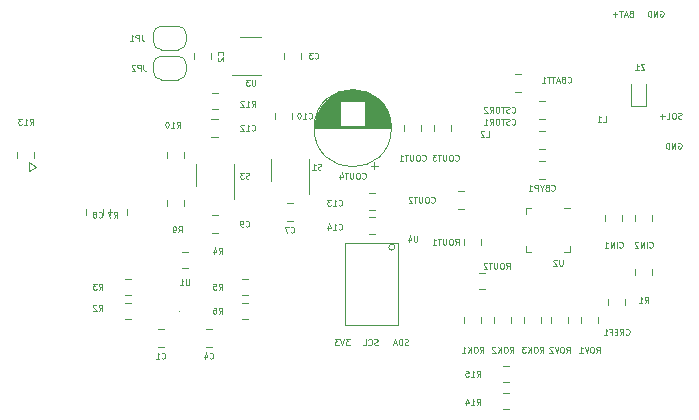
<source format=gbo>
G04 #@! TF.GenerationSoftware,KiCad,Pcbnew,(5.1.6)-1*
G04 #@! TF.CreationDate,2021-01-14T13:32:54+01:00*
G04 #@! TF.ProjectId,Power_module_v1,506f7765-725f-46d6-9f64-756c655f7631,rev?*
G04 #@! TF.SameCoordinates,Original*
G04 #@! TF.FileFunction,Legend,Bot*
G04 #@! TF.FilePolarity,Positive*
%FSLAX46Y46*%
G04 Gerber Fmt 4.6, Leading zero omitted, Abs format (unit mm)*
G04 Created by KiCad (PCBNEW (5.1.6)-1) date 2021-01-14 13:32:54*
%MOMM*%
%LPD*%
G01*
G04 APERTURE LIST*
%ADD10C,0.125000*%
%ADD11C,0.120000*%
G04 APERTURE END LIST*
D10*
X148744666Y-80212380D02*
X148673238Y-80236190D01*
X148554190Y-80236190D01*
X148506571Y-80212380D01*
X148482761Y-80188571D01*
X148458952Y-80140952D01*
X148458952Y-80093333D01*
X148482761Y-80045714D01*
X148506571Y-80021904D01*
X148554190Y-79998095D01*
X148649428Y-79974285D01*
X148697047Y-79950476D01*
X148720857Y-79926666D01*
X148744666Y-79879047D01*
X148744666Y-79831428D01*
X148720857Y-79783809D01*
X148697047Y-79760000D01*
X148649428Y-79736190D01*
X148530380Y-79736190D01*
X148458952Y-79760000D01*
X148149428Y-79736190D02*
X148054190Y-79736190D01*
X148006571Y-79760000D01*
X147958952Y-79807619D01*
X147935142Y-79902857D01*
X147935142Y-80069523D01*
X147958952Y-80164761D01*
X148006571Y-80212380D01*
X148054190Y-80236190D01*
X148149428Y-80236190D01*
X148197047Y-80212380D01*
X148244666Y-80164761D01*
X148268476Y-80069523D01*
X148268476Y-79902857D01*
X148244666Y-79807619D01*
X148197047Y-79760000D01*
X148149428Y-79736190D01*
X147482761Y-80236190D02*
X147720857Y-80236190D01*
X147720857Y-79736190D01*
X147316095Y-80045714D02*
X146935142Y-80045714D01*
X147125619Y-80236190D02*
X147125619Y-79855238D01*
X146938952Y-71124000D02*
X146986571Y-71100190D01*
X147058000Y-71100190D01*
X147129428Y-71124000D01*
X147177047Y-71171619D01*
X147200857Y-71219238D01*
X147224666Y-71314476D01*
X147224666Y-71385904D01*
X147200857Y-71481142D01*
X147177047Y-71528761D01*
X147129428Y-71576380D01*
X147058000Y-71600190D01*
X147010380Y-71600190D01*
X146938952Y-71576380D01*
X146915142Y-71552571D01*
X146915142Y-71385904D01*
X147010380Y-71385904D01*
X146700857Y-71600190D02*
X146700857Y-71100190D01*
X146415142Y-71600190D01*
X146415142Y-71100190D01*
X146177047Y-71600190D02*
X146177047Y-71100190D01*
X146058000Y-71100190D01*
X145986571Y-71124000D01*
X145938952Y-71171619D01*
X145915142Y-71219238D01*
X145891333Y-71314476D01*
X145891333Y-71385904D01*
X145915142Y-71481142D01*
X145938952Y-71528761D01*
X145986571Y-71576380D01*
X146058000Y-71600190D01*
X146177047Y-71600190D01*
X148462952Y-82300000D02*
X148510571Y-82276190D01*
X148582000Y-82276190D01*
X148653428Y-82300000D01*
X148701047Y-82347619D01*
X148724857Y-82395238D01*
X148748666Y-82490476D01*
X148748666Y-82561904D01*
X148724857Y-82657142D01*
X148701047Y-82704761D01*
X148653428Y-82752380D01*
X148582000Y-82776190D01*
X148534380Y-82776190D01*
X148462952Y-82752380D01*
X148439142Y-82728571D01*
X148439142Y-82561904D01*
X148534380Y-82561904D01*
X148224857Y-82776190D02*
X148224857Y-82276190D01*
X147939142Y-82776190D01*
X147939142Y-82276190D01*
X147701047Y-82776190D02*
X147701047Y-82276190D01*
X147582000Y-82276190D01*
X147510571Y-82300000D01*
X147462952Y-82347619D01*
X147439142Y-82395238D01*
X147415333Y-82490476D01*
X147415333Y-82561904D01*
X147439142Y-82657142D01*
X147462952Y-82704761D01*
X147510571Y-82752380D01*
X147582000Y-82776190D01*
X147701047Y-82776190D01*
X144442571Y-71338285D02*
X144371142Y-71362095D01*
X144347333Y-71385904D01*
X144323523Y-71433523D01*
X144323523Y-71504952D01*
X144347333Y-71552571D01*
X144371142Y-71576380D01*
X144418761Y-71600190D01*
X144609238Y-71600190D01*
X144609238Y-71100190D01*
X144442571Y-71100190D01*
X144394952Y-71124000D01*
X144371142Y-71147809D01*
X144347333Y-71195428D01*
X144347333Y-71243047D01*
X144371142Y-71290666D01*
X144394952Y-71314476D01*
X144442571Y-71338285D01*
X144609238Y-71338285D01*
X144133047Y-71457333D02*
X143894952Y-71457333D01*
X144180666Y-71600190D02*
X144014000Y-71100190D01*
X143847333Y-71600190D01*
X143752095Y-71100190D02*
X143466380Y-71100190D01*
X143609238Y-71600190D02*
X143609238Y-71100190D01*
X143299714Y-71409714D02*
X142918761Y-71409714D01*
X143109238Y-71600190D02*
X143109238Y-71219238D01*
D11*
X93472000Y-84074000D02*
X93472000Y-83947000D01*
X93472000Y-84709000D02*
X93472000Y-84074000D01*
X94107000Y-84328000D02*
X93472000Y-84709000D01*
X93472000Y-83947000D02*
X94107000Y-84328000D01*
D10*
X125575142Y-99389380D02*
X125503714Y-99413190D01*
X125384666Y-99413190D01*
X125337047Y-99389380D01*
X125313238Y-99365571D01*
X125289428Y-99317952D01*
X125289428Y-99270333D01*
X125313238Y-99222714D01*
X125337047Y-99198904D01*
X125384666Y-99175095D01*
X125479904Y-99151285D01*
X125527523Y-99127476D01*
X125551333Y-99103666D01*
X125575142Y-99056047D01*
X125575142Y-99008428D01*
X125551333Y-98960809D01*
X125527523Y-98937000D01*
X125479904Y-98913190D01*
X125360857Y-98913190D01*
X125289428Y-98937000D01*
X125075142Y-99413190D02*
X125075142Y-98913190D01*
X124956095Y-98913190D01*
X124884666Y-98937000D01*
X124837047Y-98984619D01*
X124813238Y-99032238D01*
X124789428Y-99127476D01*
X124789428Y-99198904D01*
X124813238Y-99294142D01*
X124837047Y-99341761D01*
X124884666Y-99389380D01*
X124956095Y-99413190D01*
X125075142Y-99413190D01*
X124598952Y-99270333D02*
X124360857Y-99270333D01*
X124646571Y-99413190D02*
X124479904Y-98913190D01*
X124313238Y-99413190D01*
X123023238Y-99389380D02*
X122951809Y-99413190D01*
X122832761Y-99413190D01*
X122785142Y-99389380D01*
X122761333Y-99365571D01*
X122737523Y-99317952D01*
X122737523Y-99270333D01*
X122761333Y-99222714D01*
X122785142Y-99198904D01*
X122832761Y-99175095D01*
X122928000Y-99151285D01*
X122975619Y-99127476D01*
X122999428Y-99103666D01*
X123023238Y-99056047D01*
X123023238Y-99008428D01*
X122999428Y-98960809D01*
X122975619Y-98937000D01*
X122928000Y-98913190D01*
X122808952Y-98913190D01*
X122737523Y-98937000D01*
X122237523Y-99365571D02*
X122261333Y-99389380D01*
X122332761Y-99413190D01*
X122380380Y-99413190D01*
X122451809Y-99389380D01*
X122499428Y-99341761D01*
X122523238Y-99294142D01*
X122547047Y-99198904D01*
X122547047Y-99127476D01*
X122523238Y-99032238D01*
X122499428Y-98984619D01*
X122451809Y-98937000D01*
X122380380Y-98913190D01*
X122332761Y-98913190D01*
X122261333Y-98937000D01*
X122237523Y-98960809D01*
X121785142Y-99413190D02*
X122023238Y-99413190D01*
X122023238Y-98913190D01*
X120634047Y-98913190D02*
X120324523Y-98913190D01*
X120491190Y-99103666D01*
X120419761Y-99103666D01*
X120372142Y-99127476D01*
X120348333Y-99151285D01*
X120324523Y-99198904D01*
X120324523Y-99317952D01*
X120348333Y-99365571D01*
X120372142Y-99389380D01*
X120419761Y-99413190D01*
X120562619Y-99413190D01*
X120610238Y-99389380D01*
X120634047Y-99365571D01*
X120181666Y-98913190D02*
X120015000Y-99413190D01*
X119848333Y-98913190D01*
X119729285Y-98913190D02*
X119419761Y-98913190D01*
X119586428Y-99103666D01*
X119515000Y-99103666D01*
X119467380Y-99127476D01*
X119443571Y-99151285D01*
X119419761Y-99198904D01*
X119419761Y-99317952D01*
X119443571Y-99365571D01*
X119467380Y-99389380D01*
X119515000Y-99413190D01*
X119657857Y-99413190D01*
X119705476Y-99389380D01*
X119729285Y-99365571D01*
D11*
X145700000Y-79150000D02*
X144500000Y-79150000D01*
X145700000Y-77300000D02*
X145700000Y-79150000D01*
X144500000Y-77300000D02*
X144500000Y-79150000D01*
X106427748Y-92912000D02*
X106950252Y-92912000D01*
X106427748Y-91492000D02*
X106950252Y-91492000D01*
X111507748Y-95198000D02*
X112030252Y-95198000D01*
X111507748Y-93778000D02*
X112030252Y-93778000D01*
X137167252Y-82777000D02*
X136644748Y-82777000D01*
X137167252Y-81307000D02*
X136644748Y-81307000D01*
X143991000Y-95518248D02*
X143991000Y-96040752D01*
X142521000Y-95518248D02*
X142521000Y-96040752D01*
X125249000Y-81287252D02*
X125249000Y-80764748D01*
X126719000Y-81287252D02*
X126719000Y-80764748D01*
X143737000Y-88384748D02*
X143737000Y-88907252D01*
X142267000Y-88384748D02*
X142267000Y-88907252D01*
X137167252Y-85317000D02*
X136644748Y-85317000D01*
X137167252Y-83847000D02*
X136644748Y-83847000D01*
X122284748Y-88546000D02*
X122807252Y-88546000D01*
X122284748Y-90016000D02*
X122807252Y-90016000D01*
X122293748Y-86514000D02*
X122816252Y-86514000D01*
X122293748Y-87984000D02*
X122816252Y-87984000D01*
X108937248Y-80291000D02*
X109459752Y-80291000D01*
X108937248Y-81761000D02*
X109459752Y-81761000D01*
X114327000Y-80271252D02*
X114327000Y-79748748D01*
X115797000Y-80271252D02*
X115797000Y-79748748D01*
X109481252Y-89889000D02*
X108958748Y-89889000D01*
X109481252Y-88419000D02*
X108958748Y-88419000D01*
X100357000Y-88399252D02*
X100357000Y-87876748D01*
X101827000Y-88399252D02*
X101827000Y-87876748D01*
X115831252Y-88873000D02*
X115308748Y-88873000D01*
X115831252Y-87403000D02*
X115308748Y-87403000D01*
X108973252Y-99541000D02*
X108450748Y-99541000D01*
X108973252Y-98071000D02*
X108450748Y-98071000D01*
X115089000Y-75169752D02*
X115089000Y-74647248D01*
X116559000Y-75169752D02*
X116559000Y-74647248D01*
X108939000Y-74690248D02*
X108939000Y-75212752D01*
X107469000Y-74690248D02*
X107469000Y-75212752D01*
X104386748Y-98071000D02*
X104909252Y-98071000D01*
X104386748Y-99541000D02*
X104909252Y-99541000D01*
X129786748Y-87857000D02*
X130309252Y-87857000D01*
X129786748Y-86387000D02*
X130309252Y-86387000D01*
X144807000Y-88384748D02*
X144807000Y-88907252D01*
X146277000Y-88384748D02*
X146277000Y-88907252D01*
X137167252Y-80237000D02*
X136644748Y-80237000D01*
X137167252Y-78767000D02*
X136644748Y-78767000D01*
X134612748Y-76481000D02*
X135135252Y-76481000D01*
X134612748Y-77951000D02*
X135135252Y-77951000D01*
X127789000Y-81287252D02*
X127789000Y-80764748D01*
X129259000Y-81287252D02*
X129259000Y-80764748D01*
X106263223Y-96563080D02*
G75*
G03*
X106263223Y-96563080I-52363J0D01*
G01*
X104010000Y-73106000D02*
X104010000Y-73706000D01*
X106110000Y-72406000D02*
X104710000Y-72406000D01*
X106810000Y-73706000D02*
X106810000Y-73106000D01*
X104710000Y-74406000D02*
X106110000Y-74406000D01*
X106110000Y-74406000D02*
G75*
G03*
X106810000Y-73706000I0J700000D01*
G01*
X106810000Y-73106000D02*
G75*
G03*
X106110000Y-72406000I-700000J0D01*
G01*
X104710000Y-72406000D02*
G75*
G03*
X104010000Y-73106000I0J-700000D01*
G01*
X104010000Y-73706000D02*
G75*
G03*
X104710000Y-74406000I700000J0D01*
G01*
X104710000Y-76946000D02*
X106110000Y-76946000D01*
X106810000Y-76246000D02*
X106810000Y-75646000D01*
X106110000Y-74946000D02*
X104710000Y-74946000D01*
X104010000Y-75646000D02*
X104010000Y-76246000D01*
X104010000Y-76246000D02*
G75*
G03*
X104710000Y-76946000I700000J0D01*
G01*
X104710000Y-74946000D02*
G75*
G03*
X104010000Y-75646000I0J-700000D01*
G01*
X106810000Y-75646000D02*
G75*
G03*
X106110000Y-74946000I-700000J0D01*
G01*
X106110000Y-76946000D02*
G75*
G03*
X106810000Y-76246000I0J700000D01*
G01*
X144832000Y-92956748D02*
X144832000Y-93479252D01*
X146252000Y-92956748D02*
X146252000Y-93479252D01*
X102106252Y-97230000D02*
X101583748Y-97230000D01*
X102106252Y-95810000D02*
X101583748Y-95810000D01*
X102115252Y-93778000D02*
X101592748Y-93778000D01*
X102115252Y-95198000D02*
X101592748Y-95198000D01*
X111507748Y-97230000D02*
X112030252Y-97230000D01*
X111507748Y-95810000D02*
X112030252Y-95810000D01*
X99770000Y-88399252D02*
X99770000Y-87876748D01*
X98350000Y-88399252D02*
X98350000Y-87876748D01*
X105208000Y-87628252D02*
X105208000Y-87105748D01*
X106628000Y-87628252D02*
X106628000Y-87105748D01*
X106628000Y-83573252D02*
X106628000Y-83050748D01*
X105208000Y-83573252D02*
X105208000Y-83050748D01*
X93928000Y-83059748D02*
X93928000Y-83582252D01*
X92508000Y-83059748D02*
X92508000Y-83582252D01*
X134110252Y-104850000D02*
X133587748Y-104850000D01*
X134110252Y-103430000D02*
X133587748Y-103430000D01*
X134110252Y-101144000D02*
X133587748Y-101144000D01*
X134110252Y-102564000D02*
X133587748Y-102564000D01*
X135434000Y-97543252D02*
X135434000Y-97020748D01*
X136854000Y-97543252D02*
X136854000Y-97020748D01*
X134314000Y-97543252D02*
X134314000Y-97020748D01*
X132894000Y-97543252D02*
X132894000Y-97020748D01*
X131774000Y-97020748D02*
X131774000Y-97543252D01*
X130354000Y-97020748D02*
X130354000Y-97543252D01*
X132087252Y-93270000D02*
X131564748Y-93270000D01*
X132087252Y-94690000D02*
X131564748Y-94690000D01*
X130354000Y-90939252D02*
X130354000Y-90416748D01*
X131774000Y-90939252D02*
X131774000Y-90416748D01*
X137720000Y-97543252D02*
X137720000Y-97020748D01*
X139140000Y-97543252D02*
X139140000Y-97020748D01*
X140260000Y-97020748D02*
X140260000Y-97543252D01*
X141680000Y-97020748D02*
X141680000Y-97543252D01*
X110830000Y-84110000D02*
X110830000Y-87060000D01*
X107610000Y-85910000D02*
X107610000Y-84110000D01*
X138799000Y-87802000D02*
X139274000Y-87802000D01*
X135554000Y-91522000D02*
X135554000Y-91047000D01*
X136029000Y-91522000D02*
X135554000Y-91522000D01*
X139274000Y-91522000D02*
X139274000Y-91047000D01*
X138799000Y-91522000D02*
X139274000Y-91522000D01*
X135554000Y-87802000D02*
X135554000Y-88277000D01*
X136029000Y-87802000D02*
X135554000Y-87802000D01*
X111368000Y-73320000D02*
X113168000Y-73320000D01*
X113168000Y-76540000D02*
X110718000Y-76540000D01*
X124714000Y-90745000D02*
X120269000Y-90745000D01*
X120269000Y-90745000D02*
X120269000Y-97730000D01*
X120269000Y-97730000D02*
X124714000Y-97730000D01*
X124714000Y-97730000D02*
X124714000Y-90745000D01*
X124460000Y-91126000D02*
G75*
G03*
X124460000Y-91126000I-254000J0D01*
G01*
X124174000Y-81046000D02*
G75*
G03*
X124174000Y-81046000I-3270000J0D01*
G01*
X124134000Y-81046000D02*
X117674000Y-81046000D01*
X124134000Y-81006000D02*
X117674000Y-81006000D01*
X124134000Y-80966000D02*
X117674000Y-80966000D01*
X124132000Y-80926000D02*
X117676000Y-80926000D01*
X124131000Y-80886000D02*
X117677000Y-80886000D01*
X124128000Y-80846000D02*
X117680000Y-80846000D01*
X124126000Y-80806000D02*
X121944000Y-80806000D01*
X119864000Y-80806000D02*
X117682000Y-80806000D01*
X124122000Y-80766000D02*
X121944000Y-80766000D01*
X119864000Y-80766000D02*
X117686000Y-80766000D01*
X124119000Y-80726000D02*
X121944000Y-80726000D01*
X119864000Y-80726000D02*
X117689000Y-80726000D01*
X124115000Y-80686000D02*
X121944000Y-80686000D01*
X119864000Y-80686000D02*
X117693000Y-80686000D01*
X124110000Y-80646000D02*
X121944000Y-80646000D01*
X119864000Y-80646000D02*
X117698000Y-80646000D01*
X124105000Y-80606000D02*
X121944000Y-80606000D01*
X119864000Y-80606000D02*
X117703000Y-80606000D01*
X124099000Y-80566000D02*
X121944000Y-80566000D01*
X119864000Y-80566000D02*
X117709000Y-80566000D01*
X124093000Y-80526000D02*
X121944000Y-80526000D01*
X119864000Y-80526000D02*
X117715000Y-80526000D01*
X124086000Y-80486000D02*
X121944000Y-80486000D01*
X119864000Y-80486000D02*
X117722000Y-80486000D01*
X124079000Y-80446000D02*
X121944000Y-80446000D01*
X119864000Y-80446000D02*
X117729000Y-80446000D01*
X124071000Y-80406000D02*
X121944000Y-80406000D01*
X119864000Y-80406000D02*
X117737000Y-80406000D01*
X124063000Y-80366000D02*
X121944000Y-80366000D01*
X119864000Y-80366000D02*
X117745000Y-80366000D01*
X124054000Y-80325000D02*
X121944000Y-80325000D01*
X119864000Y-80325000D02*
X117754000Y-80325000D01*
X124045000Y-80285000D02*
X121944000Y-80285000D01*
X119864000Y-80285000D02*
X117763000Y-80285000D01*
X124035000Y-80245000D02*
X121944000Y-80245000D01*
X119864000Y-80245000D02*
X117773000Y-80245000D01*
X124025000Y-80205000D02*
X121944000Y-80205000D01*
X119864000Y-80205000D02*
X117783000Y-80205000D01*
X124014000Y-80165000D02*
X121944000Y-80165000D01*
X119864000Y-80165000D02*
X117794000Y-80165000D01*
X124002000Y-80125000D02*
X121944000Y-80125000D01*
X119864000Y-80125000D02*
X117806000Y-80125000D01*
X123990000Y-80085000D02*
X121944000Y-80085000D01*
X119864000Y-80085000D02*
X117818000Y-80085000D01*
X123978000Y-80045000D02*
X121944000Y-80045000D01*
X119864000Y-80045000D02*
X117830000Y-80045000D01*
X123965000Y-80005000D02*
X121944000Y-80005000D01*
X119864000Y-80005000D02*
X117843000Y-80005000D01*
X123951000Y-79965000D02*
X121944000Y-79965000D01*
X119864000Y-79965000D02*
X117857000Y-79965000D01*
X123937000Y-79925000D02*
X121944000Y-79925000D01*
X119864000Y-79925000D02*
X117871000Y-79925000D01*
X123922000Y-79885000D02*
X121944000Y-79885000D01*
X119864000Y-79885000D02*
X117886000Y-79885000D01*
X123906000Y-79845000D02*
X121944000Y-79845000D01*
X119864000Y-79845000D02*
X117902000Y-79845000D01*
X123890000Y-79805000D02*
X121944000Y-79805000D01*
X119864000Y-79805000D02*
X117918000Y-79805000D01*
X123874000Y-79765000D02*
X121944000Y-79765000D01*
X119864000Y-79765000D02*
X117934000Y-79765000D01*
X123856000Y-79725000D02*
X121944000Y-79725000D01*
X119864000Y-79725000D02*
X117952000Y-79725000D01*
X123838000Y-79685000D02*
X121944000Y-79685000D01*
X119864000Y-79685000D02*
X117970000Y-79685000D01*
X123820000Y-79645000D02*
X121944000Y-79645000D01*
X119864000Y-79645000D02*
X117988000Y-79645000D01*
X123800000Y-79605000D02*
X121944000Y-79605000D01*
X119864000Y-79605000D02*
X118008000Y-79605000D01*
X123780000Y-79565000D02*
X121944000Y-79565000D01*
X119864000Y-79565000D02*
X118028000Y-79565000D01*
X123760000Y-79525000D02*
X121944000Y-79525000D01*
X119864000Y-79525000D02*
X118048000Y-79525000D01*
X123738000Y-79485000D02*
X121944000Y-79485000D01*
X119864000Y-79485000D02*
X118070000Y-79485000D01*
X123716000Y-79445000D02*
X121944000Y-79445000D01*
X119864000Y-79445000D02*
X118092000Y-79445000D01*
X123694000Y-79405000D02*
X121944000Y-79405000D01*
X119864000Y-79405000D02*
X118114000Y-79405000D01*
X123670000Y-79365000D02*
X121944000Y-79365000D01*
X119864000Y-79365000D02*
X118138000Y-79365000D01*
X123646000Y-79325000D02*
X121944000Y-79325000D01*
X119864000Y-79325000D02*
X118162000Y-79325000D01*
X123620000Y-79285000D02*
X121944000Y-79285000D01*
X119864000Y-79285000D02*
X118188000Y-79285000D01*
X123594000Y-79245000D02*
X121944000Y-79245000D01*
X119864000Y-79245000D02*
X118214000Y-79245000D01*
X123568000Y-79205000D02*
X121944000Y-79205000D01*
X119864000Y-79205000D02*
X118240000Y-79205000D01*
X123540000Y-79165000D02*
X121944000Y-79165000D01*
X119864000Y-79165000D02*
X118268000Y-79165000D01*
X123511000Y-79125000D02*
X121944000Y-79125000D01*
X119864000Y-79125000D02*
X118297000Y-79125000D01*
X123482000Y-79085000D02*
X121944000Y-79085000D01*
X119864000Y-79085000D02*
X118326000Y-79085000D01*
X123452000Y-79045000D02*
X121944000Y-79045000D01*
X119864000Y-79045000D02*
X118356000Y-79045000D01*
X123420000Y-79005000D02*
X121944000Y-79005000D01*
X119864000Y-79005000D02*
X118388000Y-79005000D01*
X123388000Y-78965000D02*
X121944000Y-78965000D01*
X119864000Y-78965000D02*
X118420000Y-78965000D01*
X123354000Y-78925000D02*
X121944000Y-78925000D01*
X119864000Y-78925000D02*
X118454000Y-78925000D01*
X123320000Y-78885000D02*
X121944000Y-78885000D01*
X119864000Y-78885000D02*
X118488000Y-78885000D01*
X123284000Y-78845000D02*
X121944000Y-78845000D01*
X119864000Y-78845000D02*
X118524000Y-78845000D01*
X123247000Y-78805000D02*
X121944000Y-78805000D01*
X119864000Y-78805000D02*
X118561000Y-78805000D01*
X123209000Y-78765000D02*
X121944000Y-78765000D01*
X119864000Y-78765000D02*
X118599000Y-78765000D01*
X123169000Y-78725000D02*
X118639000Y-78725000D01*
X123128000Y-78685000D02*
X118680000Y-78685000D01*
X123086000Y-78645000D02*
X118722000Y-78645000D01*
X123041000Y-78605000D02*
X118767000Y-78605000D01*
X122996000Y-78565000D02*
X118812000Y-78565000D01*
X122948000Y-78525000D02*
X118860000Y-78525000D01*
X122899000Y-78485000D02*
X118909000Y-78485000D01*
X122848000Y-78445000D02*
X118960000Y-78445000D01*
X122794000Y-78405000D02*
X119014000Y-78405000D01*
X122738000Y-78365000D02*
X119070000Y-78365000D01*
X122680000Y-78325000D02*
X119128000Y-78325000D01*
X122618000Y-78285000D02*
X119190000Y-78285000D01*
X122554000Y-78245000D02*
X119254000Y-78245000D01*
X122485000Y-78205000D02*
X119323000Y-78205000D01*
X122413000Y-78165000D02*
X119395000Y-78165000D01*
X122336000Y-78125000D02*
X119472000Y-78125000D01*
X122254000Y-78085000D02*
X119554000Y-78085000D01*
X122166000Y-78045000D02*
X119642000Y-78045000D01*
X122069000Y-78005000D02*
X119739000Y-78005000D01*
X121963000Y-77965000D02*
X119845000Y-77965000D01*
X121844000Y-77925000D02*
X119964000Y-77925000D01*
X121706000Y-77885000D02*
X120102000Y-77885000D01*
X121537000Y-77845000D02*
X120271000Y-77845000D01*
X121306000Y-77805000D02*
X120502000Y-77805000D01*
X122743000Y-84546241D02*
X122743000Y-83916241D01*
X123058000Y-84231241D02*
X122428000Y-84231241D01*
X109472252Y-78030000D02*
X108949748Y-78030000D01*
X109472252Y-79450000D02*
X108949748Y-79450000D01*
X113960000Y-85482000D02*
X113960000Y-83682000D01*
X117180000Y-83682000D02*
X117180000Y-86632000D01*
D10*
X145604761Y-75626190D02*
X145271428Y-75626190D01*
X145604761Y-76126190D01*
X145271428Y-76126190D01*
X144819047Y-76126190D02*
X145104761Y-76126190D01*
X144961904Y-76126190D02*
X144961904Y-75626190D01*
X145009523Y-75697619D01*
X145057142Y-75745238D01*
X145104761Y-75769047D01*
X109557333Y-91666190D02*
X109724000Y-91428095D01*
X109843047Y-91666190D02*
X109843047Y-91166190D01*
X109652571Y-91166190D01*
X109604952Y-91190000D01*
X109581142Y-91213809D01*
X109557333Y-91261428D01*
X109557333Y-91332857D01*
X109581142Y-91380476D01*
X109604952Y-91404285D01*
X109652571Y-91428095D01*
X109843047Y-91428095D01*
X109128761Y-91332857D02*
X109128761Y-91666190D01*
X109247809Y-91142380D02*
X109366857Y-91499523D01*
X109057333Y-91499523D01*
X109557333Y-94714190D02*
X109724000Y-94476095D01*
X109843047Y-94714190D02*
X109843047Y-94214190D01*
X109652571Y-94214190D01*
X109604952Y-94238000D01*
X109581142Y-94261809D01*
X109557333Y-94309428D01*
X109557333Y-94380857D01*
X109581142Y-94428476D01*
X109604952Y-94452285D01*
X109652571Y-94476095D01*
X109843047Y-94476095D01*
X109104952Y-94214190D02*
X109343047Y-94214190D01*
X109366857Y-94452285D01*
X109343047Y-94428476D01*
X109295428Y-94404666D01*
X109176380Y-94404666D01*
X109128761Y-94428476D01*
X109104952Y-94452285D01*
X109081142Y-94499904D01*
X109081142Y-94618952D01*
X109104952Y-94666571D01*
X109128761Y-94690380D01*
X109176380Y-94714190D01*
X109295428Y-94714190D01*
X109343047Y-94690380D01*
X109366857Y-94666571D01*
X134373809Y-80696571D02*
X134397619Y-80720380D01*
X134469047Y-80744190D01*
X134516666Y-80744190D01*
X134588095Y-80720380D01*
X134635714Y-80672761D01*
X134659523Y-80625142D01*
X134683333Y-80529904D01*
X134683333Y-80458476D01*
X134659523Y-80363238D01*
X134635714Y-80315619D01*
X134588095Y-80268000D01*
X134516666Y-80244190D01*
X134469047Y-80244190D01*
X134397619Y-80268000D01*
X134373809Y-80291809D01*
X134183333Y-80720380D02*
X134111904Y-80744190D01*
X133992857Y-80744190D01*
X133945238Y-80720380D01*
X133921428Y-80696571D01*
X133897619Y-80648952D01*
X133897619Y-80601333D01*
X133921428Y-80553714D01*
X133945238Y-80529904D01*
X133992857Y-80506095D01*
X134088095Y-80482285D01*
X134135714Y-80458476D01*
X134159523Y-80434666D01*
X134183333Y-80387047D01*
X134183333Y-80339428D01*
X134159523Y-80291809D01*
X134135714Y-80268000D01*
X134088095Y-80244190D01*
X133969047Y-80244190D01*
X133897619Y-80268000D01*
X133754761Y-80244190D02*
X133469047Y-80244190D01*
X133611904Y-80744190D02*
X133611904Y-80244190D01*
X133207142Y-80244190D02*
X133111904Y-80244190D01*
X133064285Y-80268000D01*
X133016666Y-80315619D01*
X132992857Y-80410857D01*
X132992857Y-80577523D01*
X133016666Y-80672761D01*
X133064285Y-80720380D01*
X133111904Y-80744190D01*
X133207142Y-80744190D01*
X133254761Y-80720380D01*
X133302380Y-80672761D01*
X133326190Y-80577523D01*
X133326190Y-80410857D01*
X133302380Y-80315619D01*
X133254761Y-80268000D01*
X133207142Y-80244190D01*
X132492857Y-80744190D02*
X132659523Y-80506095D01*
X132778571Y-80744190D02*
X132778571Y-80244190D01*
X132588095Y-80244190D01*
X132540476Y-80268000D01*
X132516666Y-80291809D01*
X132492857Y-80339428D01*
X132492857Y-80410857D01*
X132516666Y-80458476D01*
X132540476Y-80482285D01*
X132588095Y-80506095D01*
X132778571Y-80506095D01*
X132016666Y-80744190D02*
X132302380Y-80744190D01*
X132159523Y-80744190D02*
X132159523Y-80244190D01*
X132207142Y-80315619D01*
X132254761Y-80363238D01*
X132302380Y-80387047D01*
X144029809Y-98498071D02*
X144053619Y-98521880D01*
X144125047Y-98545690D01*
X144172666Y-98545690D01*
X144244095Y-98521880D01*
X144291714Y-98474261D01*
X144315523Y-98426642D01*
X144339333Y-98331404D01*
X144339333Y-98259976D01*
X144315523Y-98164738D01*
X144291714Y-98117119D01*
X144244095Y-98069500D01*
X144172666Y-98045690D01*
X144125047Y-98045690D01*
X144053619Y-98069500D01*
X144029809Y-98093309D01*
X143529809Y-98545690D02*
X143696476Y-98307595D01*
X143815523Y-98545690D02*
X143815523Y-98045690D01*
X143625047Y-98045690D01*
X143577428Y-98069500D01*
X143553619Y-98093309D01*
X143529809Y-98140928D01*
X143529809Y-98212357D01*
X143553619Y-98259976D01*
X143577428Y-98283785D01*
X143625047Y-98307595D01*
X143815523Y-98307595D01*
X143315523Y-98283785D02*
X143148857Y-98283785D01*
X143077428Y-98545690D02*
X143315523Y-98545690D01*
X143315523Y-98045690D01*
X143077428Y-98045690D01*
X142696476Y-98283785D02*
X142863142Y-98283785D01*
X142863142Y-98545690D02*
X142863142Y-98045690D01*
X142625047Y-98045690D01*
X142172666Y-98545690D02*
X142458380Y-98545690D01*
X142315523Y-98545690D02*
X142315523Y-98045690D01*
X142363142Y-98117119D01*
X142410761Y-98164738D01*
X142458380Y-98188547D01*
X126781619Y-83744571D02*
X126805428Y-83768380D01*
X126876857Y-83792190D01*
X126924476Y-83792190D01*
X126995904Y-83768380D01*
X127043523Y-83720761D01*
X127067333Y-83673142D01*
X127091142Y-83577904D01*
X127091142Y-83506476D01*
X127067333Y-83411238D01*
X127043523Y-83363619D01*
X126995904Y-83316000D01*
X126924476Y-83292190D01*
X126876857Y-83292190D01*
X126805428Y-83316000D01*
X126781619Y-83339809D01*
X126472095Y-83292190D02*
X126376857Y-83292190D01*
X126329238Y-83316000D01*
X126281619Y-83363619D01*
X126257809Y-83458857D01*
X126257809Y-83625523D01*
X126281619Y-83720761D01*
X126329238Y-83768380D01*
X126376857Y-83792190D01*
X126472095Y-83792190D01*
X126519714Y-83768380D01*
X126567333Y-83720761D01*
X126591142Y-83625523D01*
X126591142Y-83458857D01*
X126567333Y-83363619D01*
X126519714Y-83316000D01*
X126472095Y-83292190D01*
X126043523Y-83292190D02*
X126043523Y-83696952D01*
X126019714Y-83744571D01*
X125995904Y-83768380D01*
X125948285Y-83792190D01*
X125853047Y-83792190D01*
X125805428Y-83768380D01*
X125781619Y-83744571D01*
X125757809Y-83696952D01*
X125757809Y-83292190D01*
X125591142Y-83292190D02*
X125305428Y-83292190D01*
X125448285Y-83792190D02*
X125448285Y-83292190D01*
X124876857Y-83792190D02*
X125162571Y-83792190D01*
X125019714Y-83792190D02*
X125019714Y-83292190D01*
X125067333Y-83363619D01*
X125114952Y-83411238D01*
X125162571Y-83435047D01*
X143466285Y-91110571D02*
X143490095Y-91134380D01*
X143561523Y-91158190D01*
X143609142Y-91158190D01*
X143680571Y-91134380D01*
X143728190Y-91086761D01*
X143752000Y-91039142D01*
X143775809Y-90943904D01*
X143775809Y-90872476D01*
X143752000Y-90777238D01*
X143728190Y-90729619D01*
X143680571Y-90682000D01*
X143609142Y-90658190D01*
X143561523Y-90658190D01*
X143490095Y-90682000D01*
X143466285Y-90705809D01*
X143252000Y-91158190D02*
X143252000Y-90658190D01*
X143013904Y-91158190D02*
X143013904Y-90658190D01*
X142728190Y-91158190D01*
X142728190Y-90658190D01*
X142228190Y-91158190D02*
X142513904Y-91158190D01*
X142371047Y-91158190D02*
X142371047Y-90658190D01*
X142418666Y-90729619D01*
X142466285Y-90777238D01*
X142513904Y-90801047D01*
X137703619Y-86284571D02*
X137727428Y-86308380D01*
X137798857Y-86332190D01*
X137846476Y-86332190D01*
X137917904Y-86308380D01*
X137965523Y-86260761D01*
X137989333Y-86213142D01*
X138013142Y-86117904D01*
X138013142Y-86046476D01*
X137989333Y-85951238D01*
X137965523Y-85903619D01*
X137917904Y-85856000D01*
X137846476Y-85832190D01*
X137798857Y-85832190D01*
X137727428Y-85856000D01*
X137703619Y-85879809D01*
X137322666Y-86070285D02*
X137251238Y-86094095D01*
X137227428Y-86117904D01*
X137203619Y-86165523D01*
X137203619Y-86236952D01*
X137227428Y-86284571D01*
X137251238Y-86308380D01*
X137298857Y-86332190D01*
X137489333Y-86332190D01*
X137489333Y-85832190D01*
X137322666Y-85832190D01*
X137275047Y-85856000D01*
X137251238Y-85879809D01*
X137227428Y-85927428D01*
X137227428Y-85975047D01*
X137251238Y-86022666D01*
X137275047Y-86046476D01*
X137322666Y-86070285D01*
X137489333Y-86070285D01*
X136894095Y-86094095D02*
X136894095Y-86332190D01*
X137060761Y-85832190D02*
X136894095Y-86094095D01*
X136727428Y-85832190D01*
X136560761Y-86332190D02*
X136560761Y-85832190D01*
X136370285Y-85832190D01*
X136322666Y-85856000D01*
X136298857Y-85879809D01*
X136275047Y-85927428D01*
X136275047Y-85998857D01*
X136298857Y-86046476D01*
X136322666Y-86070285D01*
X136370285Y-86094095D01*
X136560761Y-86094095D01*
X135798857Y-86332190D02*
X136084571Y-86332190D01*
X135941714Y-86332190D02*
X135941714Y-85832190D01*
X135989333Y-85903619D01*
X136036952Y-85951238D01*
X136084571Y-85975047D01*
X119701428Y-89586571D02*
X119725238Y-89610380D01*
X119796666Y-89634190D01*
X119844285Y-89634190D01*
X119915714Y-89610380D01*
X119963333Y-89562761D01*
X119987142Y-89515142D01*
X120010952Y-89419904D01*
X120010952Y-89348476D01*
X119987142Y-89253238D01*
X119963333Y-89205619D01*
X119915714Y-89158000D01*
X119844285Y-89134190D01*
X119796666Y-89134190D01*
X119725238Y-89158000D01*
X119701428Y-89181809D01*
X119225238Y-89634190D02*
X119510952Y-89634190D01*
X119368095Y-89634190D02*
X119368095Y-89134190D01*
X119415714Y-89205619D01*
X119463333Y-89253238D01*
X119510952Y-89277047D01*
X118796666Y-89300857D02*
X118796666Y-89634190D01*
X118915714Y-89110380D02*
X119034761Y-89467523D01*
X118725238Y-89467523D01*
X119701428Y-87554571D02*
X119725238Y-87578380D01*
X119796666Y-87602190D01*
X119844285Y-87602190D01*
X119915714Y-87578380D01*
X119963333Y-87530761D01*
X119987142Y-87483142D01*
X120010952Y-87387904D01*
X120010952Y-87316476D01*
X119987142Y-87221238D01*
X119963333Y-87173619D01*
X119915714Y-87126000D01*
X119844285Y-87102190D01*
X119796666Y-87102190D01*
X119725238Y-87126000D01*
X119701428Y-87149809D01*
X119225238Y-87602190D02*
X119510952Y-87602190D01*
X119368095Y-87602190D02*
X119368095Y-87102190D01*
X119415714Y-87173619D01*
X119463333Y-87221238D01*
X119510952Y-87245047D01*
X119058571Y-87102190D02*
X118749047Y-87102190D01*
X118915714Y-87292666D01*
X118844285Y-87292666D01*
X118796666Y-87316476D01*
X118772857Y-87340285D01*
X118749047Y-87387904D01*
X118749047Y-87506952D01*
X118772857Y-87554571D01*
X118796666Y-87578380D01*
X118844285Y-87602190D01*
X118987142Y-87602190D01*
X119034761Y-87578380D01*
X119058571Y-87554571D01*
X112335428Y-81204571D02*
X112359238Y-81228380D01*
X112430666Y-81252190D01*
X112478285Y-81252190D01*
X112549714Y-81228380D01*
X112597333Y-81180761D01*
X112621142Y-81133142D01*
X112644952Y-81037904D01*
X112644952Y-80966476D01*
X112621142Y-80871238D01*
X112597333Y-80823619D01*
X112549714Y-80776000D01*
X112478285Y-80752190D01*
X112430666Y-80752190D01*
X112359238Y-80776000D01*
X112335428Y-80799809D01*
X111859238Y-81252190D02*
X112144952Y-81252190D01*
X112002095Y-81252190D02*
X112002095Y-80752190D01*
X112049714Y-80823619D01*
X112097333Y-80871238D01*
X112144952Y-80895047D01*
X111668761Y-80799809D02*
X111644952Y-80776000D01*
X111597333Y-80752190D01*
X111478285Y-80752190D01*
X111430666Y-80776000D01*
X111406857Y-80799809D01*
X111383047Y-80847428D01*
X111383047Y-80895047D01*
X111406857Y-80966476D01*
X111692571Y-81252190D01*
X111383047Y-81252190D01*
X117161428Y-80188571D02*
X117185238Y-80212380D01*
X117256666Y-80236190D01*
X117304285Y-80236190D01*
X117375714Y-80212380D01*
X117423333Y-80164761D01*
X117447142Y-80117142D01*
X117470952Y-80021904D01*
X117470952Y-79950476D01*
X117447142Y-79855238D01*
X117423333Y-79807619D01*
X117375714Y-79760000D01*
X117304285Y-79736190D01*
X117256666Y-79736190D01*
X117185238Y-79760000D01*
X117161428Y-79783809D01*
X116685238Y-80236190D02*
X116970952Y-80236190D01*
X116828095Y-80236190D02*
X116828095Y-79736190D01*
X116875714Y-79807619D01*
X116923333Y-79855238D01*
X116970952Y-79879047D01*
X116375714Y-79736190D02*
X116328095Y-79736190D01*
X116280476Y-79760000D01*
X116256666Y-79783809D01*
X116232857Y-79831428D01*
X116209047Y-79926666D01*
X116209047Y-80045714D01*
X116232857Y-80140952D01*
X116256666Y-80188571D01*
X116280476Y-80212380D01*
X116328095Y-80236190D01*
X116375714Y-80236190D01*
X116423333Y-80212380D01*
X116447142Y-80188571D01*
X116470952Y-80140952D01*
X116494761Y-80045714D01*
X116494761Y-79926666D01*
X116470952Y-79831428D01*
X116447142Y-79783809D01*
X116423333Y-79760000D01*
X116375714Y-79736190D01*
X111843333Y-89332571D02*
X111867142Y-89356380D01*
X111938571Y-89380190D01*
X111986190Y-89380190D01*
X112057619Y-89356380D01*
X112105238Y-89308761D01*
X112129047Y-89261142D01*
X112152857Y-89165904D01*
X112152857Y-89094476D01*
X112129047Y-88999238D01*
X112105238Y-88951619D01*
X112057619Y-88904000D01*
X111986190Y-88880190D01*
X111938571Y-88880190D01*
X111867142Y-88904000D01*
X111843333Y-88927809D01*
X111605238Y-89380190D02*
X111510000Y-89380190D01*
X111462380Y-89356380D01*
X111438571Y-89332571D01*
X111390952Y-89261142D01*
X111367142Y-89165904D01*
X111367142Y-88975428D01*
X111390952Y-88927809D01*
X111414761Y-88904000D01*
X111462380Y-88880190D01*
X111557619Y-88880190D01*
X111605238Y-88904000D01*
X111629047Y-88927809D01*
X111652857Y-88975428D01*
X111652857Y-89094476D01*
X111629047Y-89142095D01*
X111605238Y-89165904D01*
X111557619Y-89189714D01*
X111462380Y-89189714D01*
X111414761Y-89165904D01*
X111390952Y-89142095D01*
X111367142Y-89094476D01*
X99397333Y-88570571D02*
X99421142Y-88594380D01*
X99492571Y-88618190D01*
X99540190Y-88618190D01*
X99611619Y-88594380D01*
X99659238Y-88546761D01*
X99683047Y-88499142D01*
X99706857Y-88403904D01*
X99706857Y-88332476D01*
X99683047Y-88237238D01*
X99659238Y-88189619D01*
X99611619Y-88142000D01*
X99540190Y-88118190D01*
X99492571Y-88118190D01*
X99421142Y-88142000D01*
X99397333Y-88165809D01*
X99111619Y-88332476D02*
X99159238Y-88308666D01*
X99183047Y-88284857D01*
X99206857Y-88237238D01*
X99206857Y-88213428D01*
X99183047Y-88165809D01*
X99159238Y-88142000D01*
X99111619Y-88118190D01*
X99016380Y-88118190D01*
X98968761Y-88142000D01*
X98944952Y-88165809D01*
X98921142Y-88213428D01*
X98921142Y-88237238D01*
X98944952Y-88284857D01*
X98968761Y-88308666D01*
X99016380Y-88332476D01*
X99111619Y-88332476D01*
X99159238Y-88356285D01*
X99183047Y-88380095D01*
X99206857Y-88427714D01*
X99206857Y-88522952D01*
X99183047Y-88570571D01*
X99159238Y-88594380D01*
X99111619Y-88618190D01*
X99016380Y-88618190D01*
X98968761Y-88594380D01*
X98944952Y-88570571D01*
X98921142Y-88522952D01*
X98921142Y-88427714D01*
X98944952Y-88380095D01*
X98968761Y-88356285D01*
X99016380Y-88332476D01*
X115653333Y-89840571D02*
X115677142Y-89864380D01*
X115748571Y-89888190D01*
X115796190Y-89888190D01*
X115867619Y-89864380D01*
X115915238Y-89816761D01*
X115939047Y-89769142D01*
X115962857Y-89673904D01*
X115962857Y-89602476D01*
X115939047Y-89507238D01*
X115915238Y-89459619D01*
X115867619Y-89412000D01*
X115796190Y-89388190D01*
X115748571Y-89388190D01*
X115677142Y-89412000D01*
X115653333Y-89435809D01*
X115486666Y-89388190D02*
X115153333Y-89388190D01*
X115367619Y-89888190D01*
X108795333Y-100508571D02*
X108819142Y-100532380D01*
X108890571Y-100556190D01*
X108938190Y-100556190D01*
X109009619Y-100532380D01*
X109057238Y-100484761D01*
X109081047Y-100437142D01*
X109104857Y-100341904D01*
X109104857Y-100270476D01*
X109081047Y-100175238D01*
X109057238Y-100127619D01*
X109009619Y-100080000D01*
X108938190Y-100056190D01*
X108890571Y-100056190D01*
X108819142Y-100080000D01*
X108795333Y-100103809D01*
X108366761Y-100222857D02*
X108366761Y-100556190D01*
X108485809Y-100032380D02*
X108604857Y-100389523D01*
X108295333Y-100389523D01*
X117685333Y-75108571D02*
X117709142Y-75132380D01*
X117780571Y-75156190D01*
X117828190Y-75156190D01*
X117899619Y-75132380D01*
X117947238Y-75084761D01*
X117971047Y-75037142D01*
X117994857Y-74941904D01*
X117994857Y-74870476D01*
X117971047Y-74775238D01*
X117947238Y-74727619D01*
X117899619Y-74680000D01*
X117828190Y-74656190D01*
X117780571Y-74656190D01*
X117709142Y-74680000D01*
X117685333Y-74703809D01*
X117518666Y-74656190D02*
X117209142Y-74656190D01*
X117375809Y-74846666D01*
X117304380Y-74846666D01*
X117256761Y-74870476D01*
X117232952Y-74894285D01*
X117209142Y-74941904D01*
X117209142Y-75060952D01*
X117232952Y-75108571D01*
X117256761Y-75132380D01*
X117304380Y-75156190D01*
X117447238Y-75156190D01*
X117494857Y-75132380D01*
X117518666Y-75108571D01*
X109906571Y-74889666D02*
X109930380Y-74865857D01*
X109954190Y-74794428D01*
X109954190Y-74746809D01*
X109930380Y-74675380D01*
X109882761Y-74627761D01*
X109835142Y-74603952D01*
X109739904Y-74580142D01*
X109668476Y-74580142D01*
X109573238Y-74603952D01*
X109525619Y-74627761D01*
X109478000Y-74675380D01*
X109454190Y-74746809D01*
X109454190Y-74794428D01*
X109478000Y-74865857D01*
X109501809Y-74889666D01*
X109501809Y-75080142D02*
X109478000Y-75103952D01*
X109454190Y-75151571D01*
X109454190Y-75270619D01*
X109478000Y-75318238D01*
X109501809Y-75342047D01*
X109549428Y-75365857D01*
X109597047Y-75365857D01*
X109668476Y-75342047D01*
X109954190Y-75056333D01*
X109954190Y-75365857D01*
X104731333Y-100508571D02*
X104755142Y-100532380D01*
X104826571Y-100556190D01*
X104874190Y-100556190D01*
X104945619Y-100532380D01*
X104993238Y-100484761D01*
X105017047Y-100437142D01*
X105040857Y-100341904D01*
X105040857Y-100270476D01*
X105017047Y-100175238D01*
X104993238Y-100127619D01*
X104945619Y-100080000D01*
X104874190Y-100056190D01*
X104826571Y-100056190D01*
X104755142Y-100080000D01*
X104731333Y-100103809D01*
X104255142Y-100556190D02*
X104540857Y-100556190D01*
X104398000Y-100556190D02*
X104398000Y-100056190D01*
X104445619Y-100127619D01*
X104493238Y-100175238D01*
X104540857Y-100199047D01*
X127543619Y-87300571D02*
X127567428Y-87324380D01*
X127638857Y-87348190D01*
X127686476Y-87348190D01*
X127757904Y-87324380D01*
X127805523Y-87276761D01*
X127829333Y-87229142D01*
X127853142Y-87133904D01*
X127853142Y-87062476D01*
X127829333Y-86967238D01*
X127805523Y-86919619D01*
X127757904Y-86872000D01*
X127686476Y-86848190D01*
X127638857Y-86848190D01*
X127567428Y-86872000D01*
X127543619Y-86895809D01*
X127234095Y-86848190D02*
X127138857Y-86848190D01*
X127091238Y-86872000D01*
X127043619Y-86919619D01*
X127019809Y-87014857D01*
X127019809Y-87181523D01*
X127043619Y-87276761D01*
X127091238Y-87324380D01*
X127138857Y-87348190D01*
X127234095Y-87348190D01*
X127281714Y-87324380D01*
X127329333Y-87276761D01*
X127353142Y-87181523D01*
X127353142Y-87014857D01*
X127329333Y-86919619D01*
X127281714Y-86872000D01*
X127234095Y-86848190D01*
X126805523Y-86848190D02*
X126805523Y-87252952D01*
X126781714Y-87300571D01*
X126757904Y-87324380D01*
X126710285Y-87348190D01*
X126615047Y-87348190D01*
X126567428Y-87324380D01*
X126543619Y-87300571D01*
X126519809Y-87252952D01*
X126519809Y-86848190D01*
X126353142Y-86848190D02*
X126067428Y-86848190D01*
X126210285Y-87348190D02*
X126210285Y-86848190D01*
X125924571Y-86895809D02*
X125900761Y-86872000D01*
X125853142Y-86848190D01*
X125734095Y-86848190D01*
X125686476Y-86872000D01*
X125662666Y-86895809D01*
X125638857Y-86943428D01*
X125638857Y-86991047D01*
X125662666Y-87062476D01*
X125948380Y-87348190D01*
X125638857Y-87348190D01*
X146006285Y-91110571D02*
X146030095Y-91134380D01*
X146101523Y-91158190D01*
X146149142Y-91158190D01*
X146220571Y-91134380D01*
X146268190Y-91086761D01*
X146292000Y-91039142D01*
X146315809Y-90943904D01*
X146315809Y-90872476D01*
X146292000Y-90777238D01*
X146268190Y-90729619D01*
X146220571Y-90682000D01*
X146149142Y-90658190D01*
X146101523Y-90658190D01*
X146030095Y-90682000D01*
X146006285Y-90705809D01*
X145792000Y-91158190D02*
X145792000Y-90658190D01*
X145553904Y-91158190D02*
X145553904Y-90658190D01*
X145268190Y-91158190D01*
X145268190Y-90658190D01*
X145053904Y-90705809D02*
X145030095Y-90682000D01*
X144982476Y-90658190D01*
X144863428Y-90658190D01*
X144815809Y-90682000D01*
X144792000Y-90705809D01*
X144768190Y-90753428D01*
X144768190Y-90801047D01*
X144792000Y-90872476D01*
X145077714Y-91158190D01*
X144768190Y-91158190D01*
X134373809Y-79680571D02*
X134397619Y-79704380D01*
X134469047Y-79728190D01*
X134516666Y-79728190D01*
X134588095Y-79704380D01*
X134635714Y-79656761D01*
X134659523Y-79609142D01*
X134683333Y-79513904D01*
X134683333Y-79442476D01*
X134659523Y-79347238D01*
X134635714Y-79299619D01*
X134588095Y-79252000D01*
X134516666Y-79228190D01*
X134469047Y-79228190D01*
X134397619Y-79252000D01*
X134373809Y-79275809D01*
X134183333Y-79704380D02*
X134111904Y-79728190D01*
X133992857Y-79728190D01*
X133945238Y-79704380D01*
X133921428Y-79680571D01*
X133897619Y-79632952D01*
X133897619Y-79585333D01*
X133921428Y-79537714D01*
X133945238Y-79513904D01*
X133992857Y-79490095D01*
X134088095Y-79466285D01*
X134135714Y-79442476D01*
X134159523Y-79418666D01*
X134183333Y-79371047D01*
X134183333Y-79323428D01*
X134159523Y-79275809D01*
X134135714Y-79252000D01*
X134088095Y-79228190D01*
X133969047Y-79228190D01*
X133897619Y-79252000D01*
X133754761Y-79228190D02*
X133469047Y-79228190D01*
X133611904Y-79728190D02*
X133611904Y-79228190D01*
X133207142Y-79228190D02*
X133111904Y-79228190D01*
X133064285Y-79252000D01*
X133016666Y-79299619D01*
X132992857Y-79394857D01*
X132992857Y-79561523D01*
X133016666Y-79656761D01*
X133064285Y-79704380D01*
X133111904Y-79728190D01*
X133207142Y-79728190D01*
X133254761Y-79704380D01*
X133302380Y-79656761D01*
X133326190Y-79561523D01*
X133326190Y-79394857D01*
X133302380Y-79299619D01*
X133254761Y-79252000D01*
X133207142Y-79228190D01*
X132492857Y-79728190D02*
X132659523Y-79490095D01*
X132778571Y-79728190D02*
X132778571Y-79228190D01*
X132588095Y-79228190D01*
X132540476Y-79252000D01*
X132516666Y-79275809D01*
X132492857Y-79323428D01*
X132492857Y-79394857D01*
X132516666Y-79442476D01*
X132540476Y-79466285D01*
X132588095Y-79490095D01*
X132778571Y-79490095D01*
X132302380Y-79275809D02*
X132278571Y-79252000D01*
X132230952Y-79228190D01*
X132111904Y-79228190D01*
X132064285Y-79252000D01*
X132040476Y-79275809D01*
X132016666Y-79323428D01*
X132016666Y-79371047D01*
X132040476Y-79442476D01*
X132326190Y-79728190D01*
X132016666Y-79728190D01*
X139104571Y-77140571D02*
X139128380Y-77164380D01*
X139199809Y-77188190D01*
X139247428Y-77188190D01*
X139318857Y-77164380D01*
X139366476Y-77116761D01*
X139390285Y-77069142D01*
X139414095Y-76973904D01*
X139414095Y-76902476D01*
X139390285Y-76807238D01*
X139366476Y-76759619D01*
X139318857Y-76712000D01*
X139247428Y-76688190D01*
X139199809Y-76688190D01*
X139128380Y-76712000D01*
X139104571Y-76735809D01*
X138723619Y-76926285D02*
X138652190Y-76950095D01*
X138628380Y-76973904D01*
X138604571Y-77021523D01*
X138604571Y-77092952D01*
X138628380Y-77140571D01*
X138652190Y-77164380D01*
X138699809Y-77188190D01*
X138890285Y-77188190D01*
X138890285Y-76688190D01*
X138723619Y-76688190D01*
X138676000Y-76712000D01*
X138652190Y-76735809D01*
X138628380Y-76783428D01*
X138628380Y-76831047D01*
X138652190Y-76878666D01*
X138676000Y-76902476D01*
X138723619Y-76926285D01*
X138890285Y-76926285D01*
X138414095Y-77045333D02*
X138176000Y-77045333D01*
X138461714Y-77188190D02*
X138295047Y-76688190D01*
X138128380Y-77188190D01*
X138033142Y-76688190D02*
X137747428Y-76688190D01*
X137890285Y-77188190D02*
X137890285Y-76688190D01*
X137652190Y-76688190D02*
X137366476Y-76688190D01*
X137509333Y-77188190D02*
X137509333Y-76688190D01*
X136937904Y-77188190D02*
X137223619Y-77188190D01*
X137080761Y-77188190D02*
X137080761Y-76688190D01*
X137128380Y-76759619D01*
X137176000Y-76807238D01*
X137223619Y-76831047D01*
X129575619Y-83744571D02*
X129599428Y-83768380D01*
X129670857Y-83792190D01*
X129718476Y-83792190D01*
X129789904Y-83768380D01*
X129837523Y-83720761D01*
X129861333Y-83673142D01*
X129885142Y-83577904D01*
X129885142Y-83506476D01*
X129861333Y-83411238D01*
X129837523Y-83363619D01*
X129789904Y-83316000D01*
X129718476Y-83292190D01*
X129670857Y-83292190D01*
X129599428Y-83316000D01*
X129575619Y-83339809D01*
X129266095Y-83292190D02*
X129170857Y-83292190D01*
X129123238Y-83316000D01*
X129075619Y-83363619D01*
X129051809Y-83458857D01*
X129051809Y-83625523D01*
X129075619Y-83720761D01*
X129123238Y-83768380D01*
X129170857Y-83792190D01*
X129266095Y-83792190D01*
X129313714Y-83768380D01*
X129361333Y-83720761D01*
X129385142Y-83625523D01*
X129385142Y-83458857D01*
X129361333Y-83363619D01*
X129313714Y-83316000D01*
X129266095Y-83292190D01*
X128837523Y-83292190D02*
X128837523Y-83696952D01*
X128813714Y-83744571D01*
X128789904Y-83768380D01*
X128742285Y-83792190D01*
X128647047Y-83792190D01*
X128599428Y-83768380D01*
X128575619Y-83744571D01*
X128551809Y-83696952D01*
X128551809Y-83292190D01*
X128385142Y-83292190D02*
X128099428Y-83292190D01*
X128242285Y-83792190D02*
X128242285Y-83292190D01*
X127980380Y-83292190D02*
X127670857Y-83292190D01*
X127837523Y-83482666D01*
X127766095Y-83482666D01*
X127718476Y-83506476D01*
X127694666Y-83530285D01*
X127670857Y-83577904D01*
X127670857Y-83696952D01*
X127694666Y-83744571D01*
X127718476Y-83768380D01*
X127766095Y-83792190D01*
X127908952Y-83792190D01*
X127956571Y-83768380D01*
X127980380Y-83744571D01*
X107060952Y-93833190D02*
X107060952Y-94237952D01*
X107037142Y-94285571D01*
X107013333Y-94309380D01*
X106965714Y-94333190D01*
X106870476Y-94333190D01*
X106822857Y-94309380D01*
X106799047Y-94285571D01*
X106775238Y-94237952D01*
X106775238Y-93833190D01*
X106275238Y-94333190D02*
X106560952Y-94333190D01*
X106418095Y-94333190D02*
X106418095Y-93833190D01*
X106465714Y-93904619D01*
X106513333Y-93952238D01*
X106560952Y-93976047D01*
X103032666Y-73132190D02*
X103032666Y-73489333D01*
X103056476Y-73560761D01*
X103104095Y-73608380D01*
X103175523Y-73632190D01*
X103223142Y-73632190D01*
X102794571Y-73632190D02*
X102794571Y-73132190D01*
X102604095Y-73132190D01*
X102556476Y-73156000D01*
X102532666Y-73179809D01*
X102508857Y-73227428D01*
X102508857Y-73298857D01*
X102532666Y-73346476D01*
X102556476Y-73370285D01*
X102604095Y-73394095D01*
X102794571Y-73394095D01*
X102032666Y-73632190D02*
X102318380Y-73632190D01*
X102175523Y-73632190D02*
X102175523Y-73132190D01*
X102223142Y-73203619D01*
X102270761Y-73251238D01*
X102318380Y-73275047D01*
X103174666Y-75672190D02*
X103174666Y-76029333D01*
X103198476Y-76100761D01*
X103246095Y-76148380D01*
X103317523Y-76172190D01*
X103365142Y-76172190D01*
X102936571Y-76172190D02*
X102936571Y-75672190D01*
X102746095Y-75672190D01*
X102698476Y-75696000D01*
X102674666Y-75719809D01*
X102650857Y-75767428D01*
X102650857Y-75838857D01*
X102674666Y-75886476D01*
X102698476Y-75910285D01*
X102746095Y-75934095D01*
X102936571Y-75934095D01*
X102460380Y-75719809D02*
X102436571Y-75696000D01*
X102388952Y-75672190D01*
X102269904Y-75672190D01*
X102222285Y-75696000D01*
X102198476Y-75719809D01*
X102174666Y-75767428D01*
X102174666Y-75815047D01*
X102198476Y-75886476D01*
X102484190Y-76172190D01*
X102174666Y-76172190D01*
X142069333Y-80490190D02*
X142307428Y-80490190D01*
X142307428Y-79990190D01*
X141640761Y-80490190D02*
X141926476Y-80490190D01*
X141783619Y-80490190D02*
X141783619Y-79990190D01*
X141831238Y-80061619D01*
X141878857Y-80109238D01*
X141926476Y-80133047D01*
X132163333Y-81760190D02*
X132401428Y-81760190D01*
X132401428Y-81260190D01*
X132020476Y-81307809D02*
X131996666Y-81284000D01*
X131949047Y-81260190D01*
X131830000Y-81260190D01*
X131782380Y-81284000D01*
X131758571Y-81307809D01*
X131734761Y-81355428D01*
X131734761Y-81403047D01*
X131758571Y-81474476D01*
X132044285Y-81760190D01*
X131734761Y-81760190D01*
X145625333Y-95848190D02*
X145792000Y-95610095D01*
X145911047Y-95848190D02*
X145911047Y-95348190D01*
X145720571Y-95348190D01*
X145672952Y-95372000D01*
X145649142Y-95395809D01*
X145625333Y-95443428D01*
X145625333Y-95514857D01*
X145649142Y-95562476D01*
X145672952Y-95586285D01*
X145720571Y-95610095D01*
X145911047Y-95610095D01*
X145149142Y-95848190D02*
X145434857Y-95848190D01*
X145292000Y-95848190D02*
X145292000Y-95348190D01*
X145339619Y-95419619D01*
X145387238Y-95467238D01*
X145434857Y-95491047D01*
X99397333Y-96492190D02*
X99564000Y-96254095D01*
X99683047Y-96492190D02*
X99683047Y-95992190D01*
X99492571Y-95992190D01*
X99444952Y-96016000D01*
X99421142Y-96039809D01*
X99397333Y-96087428D01*
X99397333Y-96158857D01*
X99421142Y-96206476D01*
X99444952Y-96230285D01*
X99492571Y-96254095D01*
X99683047Y-96254095D01*
X99206857Y-96039809D02*
X99183047Y-96016000D01*
X99135428Y-95992190D01*
X99016380Y-95992190D01*
X98968761Y-96016000D01*
X98944952Y-96039809D01*
X98921142Y-96087428D01*
X98921142Y-96135047D01*
X98944952Y-96206476D01*
X99230666Y-96492190D01*
X98921142Y-96492190D01*
X99397333Y-94714190D02*
X99564000Y-94476095D01*
X99683047Y-94714190D02*
X99683047Y-94214190D01*
X99492571Y-94214190D01*
X99444952Y-94238000D01*
X99421142Y-94261809D01*
X99397333Y-94309428D01*
X99397333Y-94380857D01*
X99421142Y-94428476D01*
X99444952Y-94452285D01*
X99492571Y-94476095D01*
X99683047Y-94476095D01*
X99230666Y-94214190D02*
X98921142Y-94214190D01*
X99087809Y-94404666D01*
X99016380Y-94404666D01*
X98968761Y-94428476D01*
X98944952Y-94452285D01*
X98921142Y-94499904D01*
X98921142Y-94618952D01*
X98944952Y-94666571D01*
X98968761Y-94690380D01*
X99016380Y-94714190D01*
X99159238Y-94714190D01*
X99206857Y-94690380D01*
X99230666Y-94666571D01*
X109557333Y-96746190D02*
X109724000Y-96508095D01*
X109843047Y-96746190D02*
X109843047Y-96246190D01*
X109652571Y-96246190D01*
X109604952Y-96270000D01*
X109581142Y-96293809D01*
X109557333Y-96341428D01*
X109557333Y-96412857D01*
X109581142Y-96460476D01*
X109604952Y-96484285D01*
X109652571Y-96508095D01*
X109843047Y-96508095D01*
X109128761Y-96246190D02*
X109224000Y-96246190D01*
X109271619Y-96270000D01*
X109295428Y-96293809D01*
X109343047Y-96365238D01*
X109366857Y-96460476D01*
X109366857Y-96650952D01*
X109343047Y-96698571D01*
X109319238Y-96722380D01*
X109271619Y-96746190D01*
X109176380Y-96746190D01*
X109128761Y-96722380D01*
X109104952Y-96698571D01*
X109081142Y-96650952D01*
X109081142Y-96531904D01*
X109104952Y-96484285D01*
X109128761Y-96460476D01*
X109176380Y-96436666D01*
X109271619Y-96436666D01*
X109319238Y-96460476D01*
X109343047Y-96484285D01*
X109366857Y-96531904D01*
X100667333Y-88618190D02*
X100834000Y-88380095D01*
X100953047Y-88618190D02*
X100953047Y-88118190D01*
X100762571Y-88118190D01*
X100714952Y-88142000D01*
X100691142Y-88165809D01*
X100667333Y-88213428D01*
X100667333Y-88284857D01*
X100691142Y-88332476D01*
X100714952Y-88356285D01*
X100762571Y-88380095D01*
X100953047Y-88380095D01*
X100500666Y-88118190D02*
X100167333Y-88118190D01*
X100381619Y-88618190D01*
X106128333Y-89870190D02*
X106295000Y-89632095D01*
X106414047Y-89870190D02*
X106414047Y-89370190D01*
X106223571Y-89370190D01*
X106175952Y-89394000D01*
X106152142Y-89417809D01*
X106128333Y-89465428D01*
X106128333Y-89536857D01*
X106152142Y-89584476D01*
X106175952Y-89608285D01*
X106223571Y-89632095D01*
X106414047Y-89632095D01*
X105890238Y-89870190D02*
X105795000Y-89870190D01*
X105747380Y-89846380D01*
X105723571Y-89822571D01*
X105675952Y-89751142D01*
X105652142Y-89655904D01*
X105652142Y-89465428D01*
X105675952Y-89417809D01*
X105699761Y-89394000D01*
X105747380Y-89370190D01*
X105842619Y-89370190D01*
X105890238Y-89394000D01*
X105914047Y-89417809D01*
X105937857Y-89465428D01*
X105937857Y-89584476D01*
X105914047Y-89632095D01*
X105890238Y-89655904D01*
X105842619Y-89679714D01*
X105747380Y-89679714D01*
X105699761Y-89655904D01*
X105675952Y-89632095D01*
X105652142Y-89584476D01*
X105985428Y-80998190D02*
X106152095Y-80760095D01*
X106271142Y-80998190D02*
X106271142Y-80498190D01*
X106080666Y-80498190D01*
X106033047Y-80522000D01*
X106009238Y-80545809D01*
X105985428Y-80593428D01*
X105985428Y-80664857D01*
X106009238Y-80712476D01*
X106033047Y-80736285D01*
X106080666Y-80760095D01*
X106271142Y-80760095D01*
X105509238Y-80998190D02*
X105794952Y-80998190D01*
X105652095Y-80998190D02*
X105652095Y-80498190D01*
X105699714Y-80569619D01*
X105747333Y-80617238D01*
X105794952Y-80641047D01*
X105199714Y-80498190D02*
X105152095Y-80498190D01*
X105104476Y-80522000D01*
X105080666Y-80545809D01*
X105056857Y-80593428D01*
X105033047Y-80688666D01*
X105033047Y-80807714D01*
X105056857Y-80902952D01*
X105080666Y-80950571D01*
X105104476Y-80974380D01*
X105152095Y-80998190D01*
X105199714Y-80998190D01*
X105247333Y-80974380D01*
X105271142Y-80950571D01*
X105294952Y-80902952D01*
X105318761Y-80807714D01*
X105318761Y-80688666D01*
X105294952Y-80593428D01*
X105271142Y-80545809D01*
X105247333Y-80522000D01*
X105199714Y-80498190D01*
X93539428Y-80744190D02*
X93706095Y-80506095D01*
X93825142Y-80744190D02*
X93825142Y-80244190D01*
X93634666Y-80244190D01*
X93587047Y-80268000D01*
X93563238Y-80291809D01*
X93539428Y-80339428D01*
X93539428Y-80410857D01*
X93563238Y-80458476D01*
X93587047Y-80482285D01*
X93634666Y-80506095D01*
X93825142Y-80506095D01*
X93063238Y-80744190D02*
X93348952Y-80744190D01*
X93206095Y-80744190D02*
X93206095Y-80244190D01*
X93253714Y-80315619D01*
X93301333Y-80363238D01*
X93348952Y-80387047D01*
X92896571Y-80244190D02*
X92587047Y-80244190D01*
X92753714Y-80434666D01*
X92682285Y-80434666D01*
X92634666Y-80458476D01*
X92610857Y-80482285D01*
X92587047Y-80529904D01*
X92587047Y-80648952D01*
X92610857Y-80696571D01*
X92634666Y-80720380D01*
X92682285Y-80744190D01*
X92825142Y-80744190D01*
X92872761Y-80720380D01*
X92896571Y-80696571D01*
X131385428Y-104493190D02*
X131552095Y-104255095D01*
X131671142Y-104493190D02*
X131671142Y-103993190D01*
X131480666Y-103993190D01*
X131433047Y-104017000D01*
X131409238Y-104040809D01*
X131385428Y-104088428D01*
X131385428Y-104159857D01*
X131409238Y-104207476D01*
X131433047Y-104231285D01*
X131480666Y-104255095D01*
X131671142Y-104255095D01*
X130909238Y-104493190D02*
X131194952Y-104493190D01*
X131052095Y-104493190D02*
X131052095Y-103993190D01*
X131099714Y-104064619D01*
X131147333Y-104112238D01*
X131194952Y-104136047D01*
X130480666Y-104159857D02*
X130480666Y-104493190D01*
X130599714Y-103969380D02*
X130718761Y-104326523D01*
X130409238Y-104326523D01*
X131385428Y-102080190D02*
X131552095Y-101842095D01*
X131671142Y-102080190D02*
X131671142Y-101580190D01*
X131480666Y-101580190D01*
X131433047Y-101604000D01*
X131409238Y-101627809D01*
X131385428Y-101675428D01*
X131385428Y-101746857D01*
X131409238Y-101794476D01*
X131433047Y-101818285D01*
X131480666Y-101842095D01*
X131671142Y-101842095D01*
X130909238Y-102080190D02*
X131194952Y-102080190D01*
X131052095Y-102080190D02*
X131052095Y-101580190D01*
X131099714Y-101651619D01*
X131147333Y-101699238D01*
X131194952Y-101723047D01*
X130456857Y-101580190D02*
X130694952Y-101580190D01*
X130718761Y-101818285D01*
X130694952Y-101794476D01*
X130647333Y-101770666D01*
X130528285Y-101770666D01*
X130480666Y-101794476D01*
X130456857Y-101818285D01*
X130433047Y-101865904D01*
X130433047Y-101984952D01*
X130456857Y-102032571D01*
X130480666Y-102056380D01*
X130528285Y-102080190D01*
X130647333Y-102080190D01*
X130694952Y-102056380D01*
X130718761Y-102032571D01*
X136739238Y-100048190D02*
X136905904Y-99810095D01*
X137024952Y-100048190D02*
X137024952Y-99548190D01*
X136834476Y-99548190D01*
X136786857Y-99572000D01*
X136763047Y-99595809D01*
X136739238Y-99643428D01*
X136739238Y-99714857D01*
X136763047Y-99762476D01*
X136786857Y-99786285D01*
X136834476Y-99810095D01*
X137024952Y-99810095D01*
X136429714Y-99548190D02*
X136334476Y-99548190D01*
X136286857Y-99572000D01*
X136239238Y-99619619D01*
X136215428Y-99714857D01*
X136215428Y-99881523D01*
X136239238Y-99976761D01*
X136286857Y-100024380D01*
X136334476Y-100048190D01*
X136429714Y-100048190D01*
X136477333Y-100024380D01*
X136524952Y-99976761D01*
X136548761Y-99881523D01*
X136548761Y-99714857D01*
X136524952Y-99619619D01*
X136477333Y-99572000D01*
X136429714Y-99548190D01*
X136001142Y-100048190D02*
X136001142Y-99548190D01*
X135715428Y-100048190D02*
X135929714Y-99762476D01*
X135715428Y-99548190D02*
X136001142Y-99833904D01*
X135548761Y-99548190D02*
X135239238Y-99548190D01*
X135405904Y-99738666D01*
X135334476Y-99738666D01*
X135286857Y-99762476D01*
X135263047Y-99786285D01*
X135239238Y-99833904D01*
X135239238Y-99952952D01*
X135263047Y-100000571D01*
X135286857Y-100024380D01*
X135334476Y-100048190D01*
X135477333Y-100048190D01*
X135524952Y-100024380D01*
X135548761Y-100000571D01*
X134199238Y-100048190D02*
X134365904Y-99810095D01*
X134484952Y-100048190D02*
X134484952Y-99548190D01*
X134294476Y-99548190D01*
X134246857Y-99572000D01*
X134223047Y-99595809D01*
X134199238Y-99643428D01*
X134199238Y-99714857D01*
X134223047Y-99762476D01*
X134246857Y-99786285D01*
X134294476Y-99810095D01*
X134484952Y-99810095D01*
X133889714Y-99548190D02*
X133794476Y-99548190D01*
X133746857Y-99572000D01*
X133699238Y-99619619D01*
X133675428Y-99714857D01*
X133675428Y-99881523D01*
X133699238Y-99976761D01*
X133746857Y-100024380D01*
X133794476Y-100048190D01*
X133889714Y-100048190D01*
X133937333Y-100024380D01*
X133984952Y-99976761D01*
X134008761Y-99881523D01*
X134008761Y-99714857D01*
X133984952Y-99619619D01*
X133937333Y-99572000D01*
X133889714Y-99548190D01*
X133461142Y-100048190D02*
X133461142Y-99548190D01*
X133175428Y-100048190D02*
X133389714Y-99762476D01*
X133175428Y-99548190D02*
X133461142Y-99833904D01*
X132984952Y-99595809D02*
X132961142Y-99572000D01*
X132913523Y-99548190D01*
X132794476Y-99548190D01*
X132746857Y-99572000D01*
X132723047Y-99595809D01*
X132699238Y-99643428D01*
X132699238Y-99691047D01*
X132723047Y-99762476D01*
X133008761Y-100048190D01*
X132699238Y-100048190D01*
X131659238Y-100048190D02*
X131825904Y-99810095D01*
X131944952Y-100048190D02*
X131944952Y-99548190D01*
X131754476Y-99548190D01*
X131706857Y-99572000D01*
X131683047Y-99595809D01*
X131659238Y-99643428D01*
X131659238Y-99714857D01*
X131683047Y-99762476D01*
X131706857Y-99786285D01*
X131754476Y-99810095D01*
X131944952Y-99810095D01*
X131349714Y-99548190D02*
X131254476Y-99548190D01*
X131206857Y-99572000D01*
X131159238Y-99619619D01*
X131135428Y-99714857D01*
X131135428Y-99881523D01*
X131159238Y-99976761D01*
X131206857Y-100024380D01*
X131254476Y-100048190D01*
X131349714Y-100048190D01*
X131397333Y-100024380D01*
X131444952Y-99976761D01*
X131468761Y-99881523D01*
X131468761Y-99714857D01*
X131444952Y-99619619D01*
X131397333Y-99572000D01*
X131349714Y-99548190D01*
X130921142Y-100048190D02*
X130921142Y-99548190D01*
X130635428Y-100048190D02*
X130849714Y-99762476D01*
X130635428Y-99548190D02*
X130921142Y-99833904D01*
X130159238Y-100048190D02*
X130444952Y-100048190D01*
X130302095Y-100048190D02*
X130302095Y-99548190D01*
X130349714Y-99619619D01*
X130397333Y-99667238D01*
X130444952Y-99691047D01*
X133893619Y-92936190D02*
X134060285Y-92698095D01*
X134179333Y-92936190D02*
X134179333Y-92436190D01*
X133988857Y-92436190D01*
X133941238Y-92460000D01*
X133917428Y-92483809D01*
X133893619Y-92531428D01*
X133893619Y-92602857D01*
X133917428Y-92650476D01*
X133941238Y-92674285D01*
X133988857Y-92698095D01*
X134179333Y-92698095D01*
X133584095Y-92436190D02*
X133488857Y-92436190D01*
X133441238Y-92460000D01*
X133393619Y-92507619D01*
X133369809Y-92602857D01*
X133369809Y-92769523D01*
X133393619Y-92864761D01*
X133441238Y-92912380D01*
X133488857Y-92936190D01*
X133584095Y-92936190D01*
X133631714Y-92912380D01*
X133679333Y-92864761D01*
X133703142Y-92769523D01*
X133703142Y-92602857D01*
X133679333Y-92507619D01*
X133631714Y-92460000D01*
X133584095Y-92436190D01*
X133155523Y-92436190D02*
X133155523Y-92840952D01*
X133131714Y-92888571D01*
X133107904Y-92912380D01*
X133060285Y-92936190D01*
X132965047Y-92936190D01*
X132917428Y-92912380D01*
X132893619Y-92888571D01*
X132869809Y-92840952D01*
X132869809Y-92436190D01*
X132703142Y-92436190D02*
X132417428Y-92436190D01*
X132560285Y-92936190D02*
X132560285Y-92436190D01*
X132274571Y-92483809D02*
X132250761Y-92460000D01*
X132203142Y-92436190D01*
X132084095Y-92436190D01*
X132036476Y-92460000D01*
X132012666Y-92483809D01*
X131988857Y-92531428D01*
X131988857Y-92579047D01*
X132012666Y-92650476D01*
X132298380Y-92936190D01*
X131988857Y-92936190D01*
X129575619Y-90904190D02*
X129742285Y-90666095D01*
X129861333Y-90904190D02*
X129861333Y-90404190D01*
X129670857Y-90404190D01*
X129623238Y-90428000D01*
X129599428Y-90451809D01*
X129575619Y-90499428D01*
X129575619Y-90570857D01*
X129599428Y-90618476D01*
X129623238Y-90642285D01*
X129670857Y-90666095D01*
X129861333Y-90666095D01*
X129266095Y-90404190D02*
X129170857Y-90404190D01*
X129123238Y-90428000D01*
X129075619Y-90475619D01*
X129051809Y-90570857D01*
X129051809Y-90737523D01*
X129075619Y-90832761D01*
X129123238Y-90880380D01*
X129170857Y-90904190D01*
X129266095Y-90904190D01*
X129313714Y-90880380D01*
X129361333Y-90832761D01*
X129385142Y-90737523D01*
X129385142Y-90570857D01*
X129361333Y-90475619D01*
X129313714Y-90428000D01*
X129266095Y-90404190D01*
X128837523Y-90404190D02*
X128837523Y-90808952D01*
X128813714Y-90856571D01*
X128789904Y-90880380D01*
X128742285Y-90904190D01*
X128647047Y-90904190D01*
X128599428Y-90880380D01*
X128575619Y-90856571D01*
X128551809Y-90808952D01*
X128551809Y-90404190D01*
X128385142Y-90404190D02*
X128099428Y-90404190D01*
X128242285Y-90904190D02*
X128242285Y-90404190D01*
X127670857Y-90904190D02*
X127956571Y-90904190D01*
X127813714Y-90904190D02*
X127813714Y-90404190D01*
X127861333Y-90475619D01*
X127908952Y-90523238D01*
X127956571Y-90547047D01*
X138989523Y-100048190D02*
X139156190Y-99810095D01*
X139275238Y-100048190D02*
X139275238Y-99548190D01*
X139084761Y-99548190D01*
X139037142Y-99572000D01*
X139013333Y-99595809D01*
X138989523Y-99643428D01*
X138989523Y-99714857D01*
X139013333Y-99762476D01*
X139037142Y-99786285D01*
X139084761Y-99810095D01*
X139275238Y-99810095D01*
X138680000Y-99548190D02*
X138584761Y-99548190D01*
X138537142Y-99572000D01*
X138489523Y-99619619D01*
X138465714Y-99714857D01*
X138465714Y-99881523D01*
X138489523Y-99976761D01*
X138537142Y-100024380D01*
X138584761Y-100048190D01*
X138680000Y-100048190D01*
X138727619Y-100024380D01*
X138775238Y-99976761D01*
X138799047Y-99881523D01*
X138799047Y-99714857D01*
X138775238Y-99619619D01*
X138727619Y-99572000D01*
X138680000Y-99548190D01*
X138322857Y-99548190D02*
X138156190Y-100048190D01*
X137989523Y-99548190D01*
X137846666Y-99595809D02*
X137822857Y-99572000D01*
X137775238Y-99548190D01*
X137656190Y-99548190D01*
X137608571Y-99572000D01*
X137584761Y-99595809D01*
X137560952Y-99643428D01*
X137560952Y-99691047D01*
X137584761Y-99762476D01*
X137870476Y-100048190D01*
X137560952Y-100048190D01*
X141529523Y-100048190D02*
X141696190Y-99810095D01*
X141815238Y-100048190D02*
X141815238Y-99548190D01*
X141624761Y-99548190D01*
X141577142Y-99572000D01*
X141553333Y-99595809D01*
X141529523Y-99643428D01*
X141529523Y-99714857D01*
X141553333Y-99762476D01*
X141577142Y-99786285D01*
X141624761Y-99810095D01*
X141815238Y-99810095D01*
X141220000Y-99548190D02*
X141124761Y-99548190D01*
X141077142Y-99572000D01*
X141029523Y-99619619D01*
X141005714Y-99714857D01*
X141005714Y-99881523D01*
X141029523Y-99976761D01*
X141077142Y-100024380D01*
X141124761Y-100048190D01*
X141220000Y-100048190D01*
X141267619Y-100024380D01*
X141315238Y-99976761D01*
X141339047Y-99881523D01*
X141339047Y-99714857D01*
X141315238Y-99619619D01*
X141267619Y-99572000D01*
X141220000Y-99548190D01*
X140862857Y-99548190D02*
X140696190Y-100048190D01*
X140529523Y-99548190D01*
X140100952Y-100048190D02*
X140386666Y-100048190D01*
X140243809Y-100048190D02*
X140243809Y-99548190D01*
X140291428Y-99619619D01*
X140339047Y-99667238D01*
X140386666Y-99691047D01*
X112140952Y-85292380D02*
X112069523Y-85316190D01*
X111950476Y-85316190D01*
X111902857Y-85292380D01*
X111879047Y-85268571D01*
X111855238Y-85220952D01*
X111855238Y-85173333D01*
X111879047Y-85125714D01*
X111902857Y-85101904D01*
X111950476Y-85078095D01*
X112045714Y-85054285D01*
X112093333Y-85030476D01*
X112117142Y-85006666D01*
X112140952Y-84959047D01*
X112140952Y-84911428D01*
X112117142Y-84863809D01*
X112093333Y-84840000D01*
X112045714Y-84816190D01*
X111926666Y-84816190D01*
X111855238Y-84840000D01*
X111688571Y-84816190D02*
X111379047Y-84816190D01*
X111545714Y-85006666D01*
X111474285Y-85006666D01*
X111426666Y-85030476D01*
X111402857Y-85054285D01*
X111379047Y-85101904D01*
X111379047Y-85220952D01*
X111402857Y-85268571D01*
X111426666Y-85292380D01*
X111474285Y-85316190D01*
X111617142Y-85316190D01*
X111664761Y-85292380D01*
X111688571Y-85268571D01*
X138683952Y-92182190D02*
X138683952Y-92586952D01*
X138660142Y-92634571D01*
X138636333Y-92658380D01*
X138588714Y-92682190D01*
X138493476Y-92682190D01*
X138445857Y-92658380D01*
X138422047Y-92634571D01*
X138398238Y-92586952D01*
X138398238Y-92182190D01*
X138183952Y-92229809D02*
X138160142Y-92206000D01*
X138112523Y-92182190D01*
X137993476Y-92182190D01*
X137945857Y-92206000D01*
X137922047Y-92229809D01*
X137898238Y-92277428D01*
X137898238Y-92325047D01*
X137922047Y-92396476D01*
X138207761Y-92682190D01*
X137898238Y-92682190D01*
X112648952Y-76942190D02*
X112648952Y-77346952D01*
X112625142Y-77394571D01*
X112601333Y-77418380D01*
X112553714Y-77442190D01*
X112458476Y-77442190D01*
X112410857Y-77418380D01*
X112387047Y-77394571D01*
X112363238Y-77346952D01*
X112363238Y-76942190D01*
X112172761Y-76942190D02*
X111863238Y-76942190D01*
X112029904Y-77132666D01*
X111958476Y-77132666D01*
X111910857Y-77156476D01*
X111887047Y-77180285D01*
X111863238Y-77227904D01*
X111863238Y-77346952D01*
X111887047Y-77394571D01*
X111910857Y-77418380D01*
X111958476Y-77442190D01*
X112101333Y-77442190D01*
X112148952Y-77418380D01*
X112172761Y-77394571D01*
X126364952Y-90150190D02*
X126364952Y-90554952D01*
X126341142Y-90602571D01*
X126317333Y-90626380D01*
X126269714Y-90650190D01*
X126174476Y-90650190D01*
X126126857Y-90626380D01*
X126103047Y-90602571D01*
X126079238Y-90554952D01*
X126079238Y-90150190D01*
X125626857Y-90316857D02*
X125626857Y-90650190D01*
X125745904Y-90126380D02*
X125864952Y-90483523D01*
X125555428Y-90483523D01*
X121701619Y-85268571D02*
X121725428Y-85292380D01*
X121796857Y-85316190D01*
X121844476Y-85316190D01*
X121915904Y-85292380D01*
X121963523Y-85244761D01*
X121987333Y-85197142D01*
X122011142Y-85101904D01*
X122011142Y-85030476D01*
X121987333Y-84935238D01*
X121963523Y-84887619D01*
X121915904Y-84840000D01*
X121844476Y-84816190D01*
X121796857Y-84816190D01*
X121725428Y-84840000D01*
X121701619Y-84863809D01*
X121392095Y-84816190D02*
X121296857Y-84816190D01*
X121249238Y-84840000D01*
X121201619Y-84887619D01*
X121177809Y-84982857D01*
X121177809Y-85149523D01*
X121201619Y-85244761D01*
X121249238Y-85292380D01*
X121296857Y-85316190D01*
X121392095Y-85316190D01*
X121439714Y-85292380D01*
X121487333Y-85244761D01*
X121511142Y-85149523D01*
X121511142Y-84982857D01*
X121487333Y-84887619D01*
X121439714Y-84840000D01*
X121392095Y-84816190D01*
X120963523Y-84816190D02*
X120963523Y-85220952D01*
X120939714Y-85268571D01*
X120915904Y-85292380D01*
X120868285Y-85316190D01*
X120773047Y-85316190D01*
X120725428Y-85292380D01*
X120701619Y-85268571D01*
X120677809Y-85220952D01*
X120677809Y-84816190D01*
X120511142Y-84816190D02*
X120225428Y-84816190D01*
X120368285Y-85316190D02*
X120368285Y-84816190D01*
X119844476Y-84982857D02*
X119844476Y-85316190D01*
X119963523Y-84792380D02*
X120082571Y-85149523D01*
X119773047Y-85149523D01*
X112335428Y-79220190D02*
X112502095Y-78982095D01*
X112621142Y-79220190D02*
X112621142Y-78720190D01*
X112430666Y-78720190D01*
X112383047Y-78744000D01*
X112359238Y-78767809D01*
X112335428Y-78815428D01*
X112335428Y-78886857D01*
X112359238Y-78934476D01*
X112383047Y-78958285D01*
X112430666Y-78982095D01*
X112621142Y-78982095D01*
X111859238Y-79220190D02*
X112144952Y-79220190D01*
X112002095Y-79220190D02*
X112002095Y-78720190D01*
X112049714Y-78791619D01*
X112097333Y-78839238D01*
X112144952Y-78863047D01*
X111668761Y-78767809D02*
X111644952Y-78744000D01*
X111597333Y-78720190D01*
X111478285Y-78720190D01*
X111430666Y-78744000D01*
X111406857Y-78767809D01*
X111383047Y-78815428D01*
X111383047Y-78863047D01*
X111406857Y-78934476D01*
X111692571Y-79220190D01*
X111383047Y-79220190D01*
X118236952Y-84530380D02*
X118165523Y-84554190D01*
X118046476Y-84554190D01*
X117998857Y-84530380D01*
X117975047Y-84506571D01*
X117951238Y-84458952D01*
X117951238Y-84411333D01*
X117975047Y-84363714D01*
X117998857Y-84339904D01*
X118046476Y-84316095D01*
X118141714Y-84292285D01*
X118189333Y-84268476D01*
X118213142Y-84244666D01*
X118236952Y-84197047D01*
X118236952Y-84149428D01*
X118213142Y-84101809D01*
X118189333Y-84078000D01*
X118141714Y-84054190D01*
X118022666Y-84054190D01*
X117951238Y-84078000D01*
X117475047Y-84554190D02*
X117760761Y-84554190D01*
X117617904Y-84554190D02*
X117617904Y-84054190D01*
X117665523Y-84125619D01*
X117713142Y-84173238D01*
X117760761Y-84197047D01*
M02*

</source>
